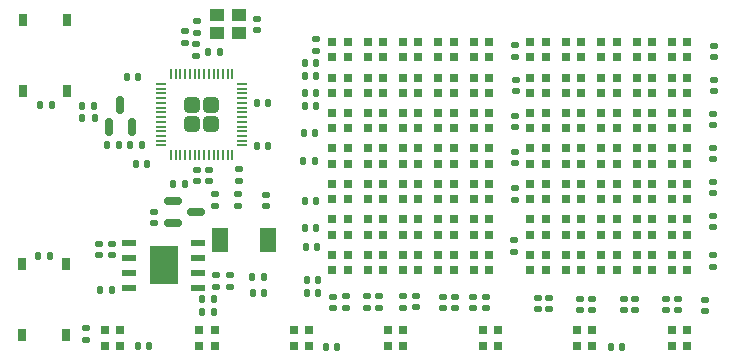
<source format=gbr>
%TF.GenerationSoftware,KiCad,Pcbnew,7.0.6*%
%TF.CreationDate,2024-06-03T18:18:50-04:00*%
%TF.ProjectId,V3,56332e6b-6963-4616-945f-706362585858,rev?*%
%TF.SameCoordinates,Original*%
%TF.FileFunction,Paste,Top*%
%TF.FilePolarity,Positive*%
%FSLAX46Y46*%
G04 Gerber Fmt 4.6, Leading zero omitted, Abs format (unit mm)*
G04 Created by KiCad (PCBNEW 7.0.6) date 2024-06-03 18:18:50*
%MOMM*%
%LPD*%
G01*
G04 APERTURE LIST*
G04 Aperture macros list*
%AMRoundRect*
0 Rectangle with rounded corners*
0 $1 Rounding radius*
0 $2 $3 $4 $5 $6 $7 $8 $9 X,Y pos of 4 corners*
0 Add a 4 corners polygon primitive as box body*
4,1,4,$2,$3,$4,$5,$6,$7,$8,$9,$2,$3,0*
0 Add four circle primitives for the rounded corners*
1,1,$1+$1,$2,$3*
1,1,$1+$1,$4,$5*
1,1,$1+$1,$6,$7*
1,1,$1+$1,$8,$9*
0 Add four rect primitives between the rounded corners*
20,1,$1+$1,$2,$3,$4,$5,0*
20,1,$1+$1,$4,$5,$6,$7,0*
20,1,$1+$1,$6,$7,$8,$9,0*
20,1,$1+$1,$8,$9,$2,$3,0*%
G04 Aperture macros list end*
%ADD10R,0.750000X1.000000*%
%ADD11R,0.800000X0.800000*%
%ADD12RoundRect,0.140000X-0.170000X0.140000X-0.170000X-0.140000X0.170000X-0.140000X0.170000X0.140000X0*%
%ADD13RoundRect,0.140000X0.170000X-0.140000X0.170000X0.140000X-0.170000X0.140000X-0.170000X-0.140000X0*%
%ADD14R,1.400000X2.120000*%
%ADD15RoundRect,0.135000X-0.135000X-0.185000X0.135000X-0.185000X0.135000X0.185000X-0.135000X0.185000X0*%
%ADD16RoundRect,0.140000X0.140000X0.170000X-0.140000X0.170000X-0.140000X-0.170000X0.140000X-0.170000X0*%
%ADD17RoundRect,0.135000X0.185000X-0.135000X0.185000X0.135000X-0.185000X0.135000X-0.185000X-0.135000X0*%
%ADD18RoundRect,0.150000X-0.587500X-0.150000X0.587500X-0.150000X0.587500X0.150000X-0.587500X0.150000X0*%
%ADD19RoundRect,0.140000X-0.140000X-0.170000X0.140000X-0.170000X0.140000X0.170000X-0.140000X0.170000X0*%
%ADD20RoundRect,0.135000X0.135000X0.185000X-0.135000X0.185000X-0.135000X-0.185000X0.135000X-0.185000X0*%
%ADD21RoundRect,0.249999X0.395001X0.395001X-0.395001X0.395001X-0.395001X-0.395001X0.395001X-0.395001X0*%
%ADD22RoundRect,0.050000X0.387500X0.050000X-0.387500X0.050000X-0.387500X-0.050000X0.387500X-0.050000X0*%
%ADD23RoundRect,0.050000X0.050000X0.387500X-0.050000X0.387500X-0.050000X-0.387500X0.050000X-0.387500X0*%
%ADD24RoundRect,0.150000X0.150000X-0.587500X0.150000X0.587500X-0.150000X0.587500X-0.150000X-0.587500X0*%
%ADD25R,1.200000X0.600000*%
%ADD26R,2.400000X3.300000*%
%ADD27R,1.200000X1.100000*%
G04 APERTURE END LIST*
D10*
%TO.C,S5*%
X97261200Y-156568400D03*
X97261200Y-150568400D03*
X101011200Y-156568400D03*
X101011200Y-150568400D03*
%TD*%
%TO.C,S4*%
X97312000Y-135936300D03*
X97312000Y-129936300D03*
X101062000Y-135936300D03*
X101062000Y-129936300D03*
%TD*%
D11*
%TO.C,LED21*%
X124827000Y-145086600D03*
X124827000Y-143786600D03*
X123527000Y-143786600D03*
X123527000Y-145086600D03*
%TD*%
D12*
%TO.C,C39*%
X133934200Y-153367800D03*
X133934200Y-154327800D03*
%TD*%
D11*
%TO.C,LED22*%
X127827000Y-145086600D03*
X127827000Y-143786600D03*
X126527000Y-143786600D03*
X126527000Y-145086600D03*
%TD*%
%TO.C,LED15*%
X136827000Y-139086600D03*
X136827000Y-137786600D03*
X135527000Y-137786600D03*
X135527000Y-139086600D03*
%TD*%
D13*
%TO.C,C7*%
X111074200Y-131823400D03*
X111074200Y-130863400D03*
%TD*%
D11*
%TO.C,LED32*%
X127827000Y-151086600D03*
X127827000Y-149786600D03*
X126527000Y-149786600D03*
X126527000Y-151086600D03*
%TD*%
D12*
%TO.C,C52*%
X138988800Y-138023600D03*
X138988800Y-138983600D03*
%TD*%
D14*
%TO.C,L1*%
X113997200Y-148564600D03*
X118057200Y-148564600D03*
%TD*%
D11*
%TO.C,LED3*%
X130827000Y-133086600D03*
X130827000Y-131786600D03*
X129527000Y-131786600D03*
X129527000Y-133086600D03*
%TD*%
%TO.C,LED59*%
X150606800Y-145086600D03*
X150606800Y-143786600D03*
X149306800Y-143786600D03*
X149306800Y-145086600D03*
%TD*%
%TO.C,LED70*%
X153606800Y-151086600D03*
X153606800Y-149786600D03*
X152306800Y-149786600D03*
X152306800Y-151086600D03*
%TD*%
D12*
%TO.C,C59*%
X140919200Y-153413400D03*
X140919200Y-154373400D03*
%TD*%
D11*
%TO.C,LED42*%
X144606800Y-136086600D03*
X144606800Y-134786600D03*
X143306800Y-134786600D03*
X143306800Y-136086600D03*
%TD*%
%TO.C,LED26*%
X124827000Y-148086600D03*
X124827000Y-146786600D03*
X123527000Y-146786600D03*
X123527000Y-148086600D03*
%TD*%
%TO.C,LED66*%
X141606800Y-151086600D03*
X141606800Y-149786600D03*
X140306800Y-149786600D03*
X140306800Y-151086600D03*
%TD*%
%TO.C,LED30*%
X136827000Y-148086600D03*
X136827000Y-146786600D03*
X135527000Y-146786600D03*
X135527000Y-148086600D03*
%TD*%
D15*
%TO.C,R4*%
X112520000Y-154609800D03*
X113540000Y-154609800D03*
%TD*%
D12*
%TO.C,C3*%
X113665000Y-151539000D03*
X113665000Y-152499000D03*
%TD*%
D16*
%TO.C,C16*%
X111046200Y-143764000D03*
X110086200Y-143764000D03*
%TD*%
D12*
%TO.C,C47*%
X155803600Y-140718600D03*
X155803600Y-141678600D03*
%TD*%
%TO.C,C35*%
X127533400Y-153317000D03*
X127533400Y-154277000D03*
%TD*%
%TO.C,C2*%
X104927400Y-148872000D03*
X104927400Y-149832000D03*
%TD*%
%TO.C,C46*%
X155803600Y-137848400D03*
X155803600Y-138808400D03*
%TD*%
D11*
%TO.C,LED65*%
X153606800Y-148086600D03*
X153606800Y-146786600D03*
X152306800Y-146786600D03*
X152306800Y-148086600D03*
%TD*%
%TO.C,LED62*%
X144606800Y-148086600D03*
X144606800Y-146786600D03*
X143306800Y-146786600D03*
X143306800Y-148086600D03*
%TD*%
%TO.C,LED20*%
X136827000Y-142086600D03*
X136827000Y-140786600D03*
X135527000Y-140786600D03*
X135527000Y-142086600D03*
%TD*%
%TO.C,LED56*%
X141606800Y-145086600D03*
X141606800Y-143786600D03*
X140306800Y-143786600D03*
X140306800Y-145086600D03*
%TD*%
D17*
%TO.C,R10*%
X122174000Y-132564600D03*
X122174000Y-131544600D03*
%TD*%
D18*
%TO.C,U3*%
X110085900Y-145227000D03*
X110085900Y-147127000D03*
X111960900Y-146177000D03*
%TD*%
D11*
%TO.C,LED14*%
X133827000Y-139086600D03*
X133827000Y-137786600D03*
X132527000Y-137786600D03*
X132527000Y-139086600D03*
%TD*%
%TO.C,LED58*%
X147606800Y-145086600D03*
X147606800Y-143786600D03*
X146306800Y-143786600D03*
X146306800Y-145086600D03*
%TD*%
%TO.C,LED23*%
X130827000Y-145086600D03*
X130827000Y-143786600D03*
X129527000Y-143786600D03*
X129527000Y-145086600D03*
%TD*%
%TO.C,LED31*%
X124827000Y-151086600D03*
X124827000Y-149786600D03*
X123527000Y-149786600D03*
X123527000Y-151086600D03*
%TD*%
%TO.C,LED16*%
X124827000Y-142086600D03*
X124827000Y-140786600D03*
X123527000Y-140786600D03*
X123527000Y-142086600D03*
%TD*%
D12*
%TO.C,C20*%
X113131600Y-142572800D03*
X113131600Y-143532800D03*
%TD*%
D15*
%TO.C,R17*%
X113028000Y-132616000D03*
X114048000Y-132616000D03*
%TD*%
D11*
%TO.C,LED18*%
X130827000Y-142086600D03*
X130827000Y-140786600D03*
X129527000Y-140786600D03*
X129527000Y-142086600D03*
%TD*%
%TO.C,LED64*%
X150606800Y-148086600D03*
X150606800Y-146786600D03*
X149306800Y-146786600D03*
X149306800Y-148086600D03*
%TD*%
D12*
%TO.C,C56*%
X144526000Y-153540400D03*
X144526000Y-154500400D03*
%TD*%
D16*
%TO.C,C42*%
X122323800Y-151942800D03*
X121363800Y-151942800D03*
%TD*%
D11*
%TO.C,LED72*%
X113566100Y-157483700D03*
X113566100Y-156183700D03*
X112266100Y-156183700D03*
X112266100Y-157483700D03*
%TD*%
%TO.C,LED10*%
X136827000Y-136086600D03*
X136827000Y-134786600D03*
X135527000Y-134786600D03*
X135527000Y-136086600D03*
%TD*%
D12*
%TO.C,C38*%
X132892800Y-153367800D03*
X132892800Y-154327800D03*
%TD*%
D11*
%TO.C,LED50*%
X153606800Y-139086600D03*
X153606800Y-137786600D03*
X152306800Y-137786600D03*
X152306800Y-139086600D03*
%TD*%
%TO.C,LED67*%
X144606800Y-151086600D03*
X144606800Y-149786600D03*
X143306800Y-149786600D03*
X143306800Y-151086600D03*
%TD*%
%TO.C,LED29*%
X133827000Y-148086600D03*
X133827000Y-146786600D03*
X132527000Y-146786600D03*
X132527000Y-148086600D03*
%TD*%
D16*
%TO.C,C23*%
X122171400Y-133578600D03*
X121211400Y-133578600D03*
%TD*%
D12*
%TO.C,C21*%
X117144800Y-129796400D03*
X117144800Y-130756400D03*
%TD*%
D11*
%TO.C,LED8*%
X130827000Y-136086600D03*
X130827000Y-134786600D03*
X129527000Y-134786600D03*
X129527000Y-136086600D03*
%TD*%
D12*
%TO.C,C34*%
X126441200Y-153317000D03*
X126441200Y-154277000D03*
%TD*%
D11*
%TO.C,LED44*%
X150606800Y-136086600D03*
X150606800Y-134786600D03*
X149306800Y-134786600D03*
X149306800Y-136086600D03*
%TD*%
%TO.C,LED45*%
X153606800Y-136086600D03*
X153606800Y-134786600D03*
X152306800Y-134786600D03*
X152306800Y-136086600D03*
%TD*%
%TO.C,LED63*%
X147606800Y-148086600D03*
X147606800Y-146786600D03*
X146306800Y-146786600D03*
X146306800Y-148086600D03*
%TD*%
%TO.C,LED40*%
X153606800Y-133086600D03*
X153606800Y-131786600D03*
X152306800Y-131786600D03*
X152306800Y-133086600D03*
%TD*%
D19*
%TO.C,C5*%
X116791800Y-153035000D03*
X117751800Y-153035000D03*
%TD*%
D12*
%TO.C,C50*%
X155752800Y-149837200D03*
X155752800Y-150797200D03*
%TD*%
%TO.C,C55*%
X138963400Y-148567200D03*
X138963400Y-149527200D03*
%TD*%
D19*
%TO.C,C65*%
X107063600Y-157505400D03*
X108023600Y-157505400D03*
%TD*%
D11*
%TO.C,LED1*%
X124827000Y-133086600D03*
X124827000Y-131786600D03*
X123527000Y-131786600D03*
X123527000Y-133086600D03*
%TD*%
%TO.C,LED76*%
X145566100Y-157483700D03*
X145566100Y-156183700D03*
X144266100Y-156183700D03*
X144266100Y-157483700D03*
%TD*%
D16*
%TO.C,C6*%
X105458200Y-140512800D03*
X104498200Y-140512800D03*
%TD*%
%TO.C,C8*%
X107845800Y-142113000D03*
X106885800Y-142113000D03*
%TD*%
D11*
%TO.C,LED47*%
X144606800Y-139086600D03*
X144606800Y-137786600D03*
X143306800Y-137786600D03*
X143306800Y-139086600D03*
%TD*%
D12*
%TO.C,C41*%
X136550400Y-153367800D03*
X136550400Y-154327800D03*
%TD*%
D11*
%TO.C,LED34*%
X133827000Y-151086600D03*
X133827000Y-149786600D03*
X132527000Y-149786600D03*
X132527000Y-151086600D03*
%TD*%
D13*
%TO.C,C12*%
X108432600Y-147114200D03*
X108432600Y-146154200D03*
%TD*%
%TO.C,C10*%
X113614200Y-145641000D03*
X113614200Y-144681000D03*
%TD*%
D11*
%TO.C,LED19*%
X133827000Y-142086600D03*
X133827000Y-140786600D03*
X132527000Y-140786600D03*
X132527000Y-142086600D03*
%TD*%
%TO.C,LED24*%
X133827000Y-145086600D03*
X133827000Y-143786600D03*
X132527000Y-143786600D03*
X132527000Y-145086600D03*
%TD*%
%TO.C,LED41*%
X141606800Y-136086600D03*
X141606800Y-134786600D03*
X140306800Y-134786600D03*
X140306800Y-136086600D03*
%TD*%
D12*
%TO.C,C40*%
X135483600Y-153367800D03*
X135483600Y-154327800D03*
%TD*%
D11*
%TO.C,LED57*%
X144606800Y-145086600D03*
X144606800Y-143786600D03*
X143306800Y-143786600D03*
X143306800Y-145086600D03*
%TD*%
%TO.C,LED69*%
X150606800Y-151086600D03*
X150606800Y-149786600D03*
X149306800Y-149786600D03*
X149306800Y-151086600D03*
%TD*%
%TO.C,LED68*%
X147606800Y-151086600D03*
X147606800Y-149786600D03*
X146306800Y-149786600D03*
X146306800Y-151086600D03*
%TD*%
D16*
%TO.C,C25*%
X122171400Y-136118600D03*
X121211400Y-136118600D03*
%TD*%
D11*
%TO.C,LED6*%
X124827000Y-136086600D03*
X124827000Y-134786600D03*
X123527000Y-134786600D03*
X123527000Y-136086600D03*
%TD*%
D12*
%TO.C,C45*%
X155854400Y-134978200D03*
X155854400Y-135938200D03*
%TD*%
D19*
%TO.C,C67*%
X147094000Y-157581600D03*
X148054000Y-157581600D03*
%TD*%
D12*
%TO.C,C62*%
X152775800Y-153515000D03*
X152775800Y-154475000D03*
%TD*%
D11*
%TO.C,LED7*%
X127827000Y-136086600D03*
X127827000Y-134786600D03*
X126527000Y-134786600D03*
X126527000Y-136086600D03*
%TD*%
D20*
%TO.C,R20*%
X104853200Y-152755600D03*
X103833200Y-152755600D03*
%TD*%
D15*
%TO.C,R15*%
X98649600Y-149910800D03*
X99669600Y-149910800D03*
%TD*%
D11*
%TO.C,LED52*%
X144606800Y-142086600D03*
X144606800Y-140786600D03*
X143306800Y-140786600D03*
X143306800Y-142086600D03*
%TD*%
D16*
%TO.C,C26*%
X122146000Y-137210800D03*
X121186000Y-137210800D03*
%TD*%
D12*
%TO.C,C57*%
X145542000Y-153537800D03*
X145542000Y-154497800D03*
%TD*%
%TO.C,C60*%
X141909800Y-153418600D03*
X141909800Y-154378600D03*
%TD*%
%TO.C,C64*%
X155117800Y-153591200D03*
X155117800Y-154551200D03*
%TD*%
D11*
%TO.C,LED77*%
X153566100Y-157483700D03*
X153566100Y-156183700D03*
X152266100Y-156183700D03*
X152266100Y-157483700D03*
%TD*%
D12*
%TO.C,C58*%
X149199600Y-153498600D03*
X149199600Y-154458600D03*
%TD*%
D11*
%TO.C,LED61*%
X141606800Y-148086600D03*
X141606800Y-146786600D03*
X140306800Y-146786600D03*
X140306800Y-148086600D03*
%TD*%
D21*
%TO.C,U5*%
X113284000Y-138734600D03*
X113284000Y-137134600D03*
X111684000Y-138734600D03*
X111684000Y-137134600D03*
D22*
X115921500Y-140534600D03*
X115921500Y-140134600D03*
X115921500Y-139734600D03*
X115921500Y-139334600D03*
X115921500Y-138934600D03*
X115921500Y-138534600D03*
X115921500Y-138134600D03*
X115921500Y-137734600D03*
X115921500Y-137334600D03*
X115921500Y-136934600D03*
X115921500Y-136534600D03*
X115921500Y-136134600D03*
X115921500Y-135734600D03*
X115921500Y-135334600D03*
D23*
X115084000Y-134497100D03*
X114684000Y-134497100D03*
X114284000Y-134497100D03*
X113884000Y-134497100D03*
X113484000Y-134497100D03*
X113084000Y-134497100D03*
X112684000Y-134497100D03*
X112284000Y-134497100D03*
X111884000Y-134497100D03*
X111484000Y-134497100D03*
X111084000Y-134497100D03*
X110684000Y-134497100D03*
X110284000Y-134497100D03*
X109884000Y-134497100D03*
D22*
X109046500Y-135334600D03*
X109046500Y-135734600D03*
X109046500Y-136134600D03*
X109046500Y-136534600D03*
X109046500Y-136934600D03*
X109046500Y-137334600D03*
X109046500Y-137734600D03*
X109046500Y-138134600D03*
X109046500Y-138534600D03*
X109046500Y-138934600D03*
X109046500Y-139334600D03*
X109046500Y-139734600D03*
X109046500Y-140134600D03*
X109046500Y-140534600D03*
D23*
X109884000Y-141372100D03*
X110284000Y-141372100D03*
X110684000Y-141372100D03*
X111084000Y-141372100D03*
X111484000Y-141372100D03*
X111884000Y-141372100D03*
X112284000Y-141372100D03*
X112684000Y-141372100D03*
X113084000Y-141372100D03*
X113484000Y-141372100D03*
X113884000Y-141372100D03*
X114284000Y-141372100D03*
X114684000Y-141372100D03*
X115084000Y-141372100D03*
%TD*%
D20*
%TO.C,R6*%
X107393200Y-140512800D03*
X106373200Y-140512800D03*
%TD*%
D12*
%TO.C,C51*%
X139065000Y-135003600D03*
X139065000Y-135963600D03*
%TD*%
D11*
%TO.C,LED71*%
X105566100Y-157483700D03*
X105566100Y-156183700D03*
X104266100Y-156183700D03*
X104266100Y-157483700D03*
%TD*%
D15*
%TO.C,R5*%
X112520000Y-153543000D03*
X113540000Y-153543000D03*
%TD*%
D11*
%TO.C,LED60*%
X153606800Y-145086600D03*
X153606800Y-143786600D03*
X152306800Y-143786600D03*
X152306800Y-145086600D03*
%TD*%
D19*
%TO.C,C4*%
X116766400Y-151688800D03*
X117726400Y-151688800D03*
%TD*%
D24*
%TO.C,U2*%
X104653000Y-138963400D03*
X106553000Y-138963400D03*
X105603000Y-137088400D03*
%TD*%
D12*
%TO.C,C1*%
X103809800Y-148872000D03*
X103809800Y-149832000D03*
%TD*%
D11*
%TO.C,LED37*%
X144606800Y-133086600D03*
X144606800Y-131786600D03*
X143306800Y-131786600D03*
X143306800Y-133086600D03*
%TD*%
%TO.C,LED49*%
X150606800Y-139086600D03*
X150606800Y-137786600D03*
X149306800Y-137786600D03*
X149306800Y-139086600D03*
%TD*%
D25*
%TO.C,U1*%
X106346400Y-148757800D03*
X106346400Y-150027800D03*
X106346400Y-151307800D03*
X106346400Y-152577800D03*
X112166400Y-152577800D03*
X112166400Y-151307800D03*
X112166400Y-150027800D03*
X112166400Y-148757800D03*
D26*
X109256400Y-150667800D03*
%TD*%
D17*
%TO.C,R2*%
X114858800Y-152503600D03*
X114858800Y-151483600D03*
%TD*%
D13*
%TO.C,C22*%
X112064800Y-130987800D03*
X112064800Y-130027800D03*
%TD*%
D12*
%TO.C,C48*%
X155778200Y-143588800D03*
X155778200Y-144548800D03*
%TD*%
D11*
%TO.C,LED11*%
X124827000Y-139086600D03*
X124827000Y-137786600D03*
X123527000Y-137786600D03*
X123527000Y-139086600D03*
%TD*%
D12*
%TO.C,C14*%
X112064800Y-142572800D03*
X112064800Y-143532800D03*
%TD*%
D19*
%TO.C,C66*%
X122989400Y-157581600D03*
X123949400Y-157581600D03*
%TD*%
D15*
%TO.C,R18*%
X102385400Y-138201400D03*
X103405400Y-138201400D03*
%TD*%
D12*
%TO.C,C53*%
X139014200Y-141074200D03*
X139014200Y-142034200D03*
%TD*%
D15*
%TO.C,R19*%
X102383400Y-137185400D03*
X103403400Y-137185400D03*
%TD*%
D11*
%TO.C,LED25*%
X136827000Y-145086600D03*
X136827000Y-143786600D03*
X135527000Y-143786600D03*
X135527000Y-145086600D03*
%TD*%
D16*
%TO.C,C27*%
X122069800Y-139496800D03*
X121109800Y-139496800D03*
%TD*%
%TO.C,C43*%
X122323800Y-153009600D03*
X121363800Y-153009600D03*
%TD*%
D11*
%TO.C,LED27*%
X127827000Y-148086600D03*
X127827000Y-146786600D03*
X126527000Y-146786600D03*
X126527000Y-148086600D03*
%TD*%
D16*
%TO.C,C18*%
X107083800Y-134772400D03*
X106123800Y-134772400D03*
%TD*%
D11*
%TO.C,LED9*%
X133827000Y-136086600D03*
X133827000Y-134786600D03*
X132527000Y-134786600D03*
X132527000Y-136086600D03*
%TD*%
%TO.C,LED33*%
X130827000Y-151086600D03*
X130827000Y-149786600D03*
X129527000Y-149786600D03*
X129527000Y-151086600D03*
%TD*%
D12*
%TO.C,C44*%
X155854400Y-132082600D03*
X155854400Y-133042600D03*
%TD*%
D11*
%TO.C,LED13*%
X130827000Y-139086600D03*
X130827000Y-137786600D03*
X129527000Y-137786600D03*
X129527000Y-139086600D03*
%TD*%
%TO.C,LED17*%
X127827000Y-142086600D03*
X127827000Y-140786600D03*
X126527000Y-140786600D03*
X126527000Y-142086600D03*
%TD*%
%TO.C,LED55*%
X153606800Y-142086600D03*
X153606800Y-140786600D03*
X152306800Y-140786600D03*
X152306800Y-142086600D03*
%TD*%
%TO.C,LED51*%
X141606800Y-142086600D03*
X141606800Y-140786600D03*
X140306800Y-140786600D03*
X140306800Y-142086600D03*
%TD*%
D16*
%TO.C,C29*%
X122273000Y-149098000D03*
X121313000Y-149098000D03*
%TD*%
D11*
%TO.C,LED36*%
X141606800Y-133086600D03*
X141606800Y-131786600D03*
X140306800Y-131786600D03*
X140306800Y-133086600D03*
%TD*%
%TO.C,LED74*%
X129566100Y-157483700D03*
X129566100Y-156183700D03*
X128266100Y-156183700D03*
X128266100Y-157483700D03*
%TD*%
D12*
%TO.C,C37*%
X130606800Y-153291600D03*
X130606800Y-154251600D03*
%TD*%
D19*
%TO.C,C19*%
X117122000Y-136906000D03*
X118082000Y-136906000D03*
%TD*%
D16*
%TO.C,C30*%
X122146000Y-147523200D03*
X121186000Y-147523200D03*
%TD*%
D13*
%TO.C,C9*%
X115595400Y-145641000D03*
X115595400Y-144681000D03*
%TD*%
D16*
%TO.C,C24*%
X122196800Y-134696200D03*
X121236800Y-134696200D03*
%TD*%
D11*
%TO.C,LED53*%
X147606800Y-142086600D03*
X147606800Y-140786600D03*
X146306800Y-140786600D03*
X146306800Y-142086600D03*
%TD*%
%TO.C,LED38*%
X147606800Y-133086600D03*
X147606800Y-131786600D03*
X146306800Y-131786600D03*
X146306800Y-133086600D03*
%TD*%
%TO.C,LED46*%
X141606800Y-139086600D03*
X141606800Y-137786600D03*
X140306800Y-137786600D03*
X140306800Y-139086600D03*
%TD*%
D12*
%TO.C,C32*%
X123571000Y-153342400D03*
X123571000Y-154302400D03*
%TD*%
%TO.C,C54*%
X139014200Y-144175600D03*
X139014200Y-145135600D03*
%TD*%
D11*
%TO.C,LED5*%
X136827000Y-133086600D03*
X136827000Y-131786600D03*
X135527000Y-131786600D03*
X135527000Y-133086600D03*
%TD*%
%TO.C,LED4*%
X133827000Y-133086600D03*
X133827000Y-131786600D03*
X132527000Y-131786600D03*
X132527000Y-133086600D03*
%TD*%
D12*
%TO.C,C63*%
X151765000Y-153515000D03*
X151765000Y-154475000D03*
%TD*%
D17*
%TO.C,R12*%
X102717600Y-156976000D03*
X102717600Y-155956000D03*
%TD*%
%TO.C,R9*%
X139014200Y-133021800D03*
X139014200Y-132001800D03*
%TD*%
D12*
%TO.C,C33*%
X124739400Y-153317000D03*
X124739400Y-154277000D03*
%TD*%
%TO.C,C61*%
X148209000Y-153515000D03*
X148209000Y-154475000D03*
%TD*%
D11*
%TO.C,LED75*%
X137566100Y-157483700D03*
X137566100Y-156183700D03*
X136266100Y-156183700D03*
X136266100Y-157483700D03*
%TD*%
D27*
%TO.C,X1*%
X113766600Y-130989000D03*
X115666600Y-130989000D03*
X115666600Y-129489000D03*
X113766600Y-129489000D03*
%TD*%
D13*
%TO.C,C11*%
X117906800Y-145666400D03*
X117906800Y-144706400D03*
%TD*%
D19*
%TO.C,C15*%
X117172800Y-140589000D03*
X118132800Y-140589000D03*
%TD*%
D13*
%TO.C,C17*%
X112039400Y-132943600D03*
X112039400Y-131983600D03*
%TD*%
D11*
%TO.C,LED48*%
X147606800Y-139086600D03*
X147606800Y-137786600D03*
X146306800Y-137786600D03*
X146306800Y-139086600D03*
%TD*%
D12*
%TO.C,C49*%
X155752800Y-146509800D03*
X155752800Y-147469800D03*
%TD*%
D11*
%TO.C,LED54*%
X150606800Y-142086600D03*
X150606800Y-140786600D03*
X149306800Y-140786600D03*
X149306800Y-142086600D03*
%TD*%
D15*
%TO.C,R14*%
X98802000Y-137127300D03*
X99822000Y-137127300D03*
%TD*%
D11*
%TO.C,LED35*%
X136827000Y-151086600D03*
X136827000Y-149786600D03*
X135527000Y-149786600D03*
X135527000Y-151086600D03*
%TD*%
D12*
%TO.C,C36*%
X129540000Y-153317000D03*
X129540000Y-154277000D03*
%TD*%
D16*
%TO.C,C31*%
X122196800Y-145237200D03*
X121236800Y-145237200D03*
%TD*%
%TO.C,C28*%
X122044400Y-141884400D03*
X121084400Y-141884400D03*
%TD*%
D11*
%TO.C,LED28*%
X130827000Y-148086600D03*
X130827000Y-146786600D03*
X129527000Y-146786600D03*
X129527000Y-148086600D03*
%TD*%
%TO.C,LED39*%
X150606800Y-133086600D03*
X150606800Y-131786600D03*
X149306800Y-131786600D03*
X149306800Y-133086600D03*
%TD*%
%TO.C,LED43*%
X147606800Y-136086600D03*
X147606800Y-134786600D03*
X146306800Y-134786600D03*
X146306800Y-136086600D03*
%TD*%
%TO.C,LED2*%
X127827000Y-133086600D03*
X127827000Y-131786600D03*
X126527000Y-131786600D03*
X126527000Y-133086600D03*
%TD*%
D17*
%TO.C,R8*%
X115620800Y-143514000D03*
X115620800Y-142494000D03*
%TD*%
D11*
%TO.C,LED73*%
X121566100Y-157483700D03*
X121566100Y-156183700D03*
X120266100Y-156183700D03*
X120266100Y-157483700D03*
%TD*%
%TO.C,LED12*%
X127827000Y-139086600D03*
X127827000Y-137786600D03*
X126527000Y-137786600D03*
X126527000Y-139086600D03*
%TD*%
M02*

</source>
